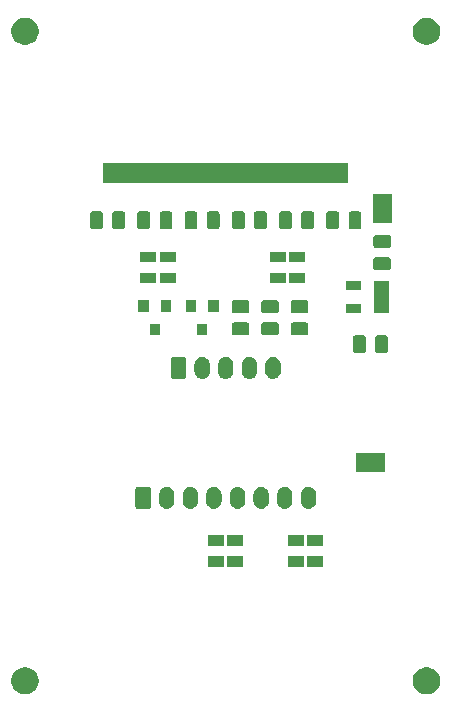
<source format=gbr>
G04 #@! TF.GenerationSoftware,KiCad,Pcbnew,(5.0.2)-1*
G04 #@! TF.CreationDate,2019-03-24T20:45:22+01:00*
G04 #@! TF.ProjectId,TaggerKeypadDisplay,54616767-6572-44b6-9579-706164446973,rev?*
G04 #@! TF.SameCoordinates,Original*
G04 #@! TF.FileFunction,Soldermask,Top*
G04 #@! TF.FilePolarity,Negative*
%FSLAX46Y46*%
G04 Gerber Fmt 4.6, Leading zero omitted, Abs format (unit mm)*
G04 Created by KiCad (PCBNEW (5.0.2)-1) date 24.03.2019 20:45:22*
%MOMM*%
%LPD*%
G01*
G04 APERTURE LIST*
%ADD10C,0.100000*%
G04 APERTURE END LIST*
D10*
G36*
X66335734Y-85893232D02*
X66545202Y-85979996D01*
X66733723Y-86105962D01*
X66894038Y-86266277D01*
X67020004Y-86454798D01*
X67106768Y-86664266D01*
X67151000Y-86886635D01*
X67151000Y-87113365D01*
X67106768Y-87335734D01*
X67020004Y-87545202D01*
X66894038Y-87733723D01*
X66733723Y-87894038D01*
X66545202Y-88020004D01*
X66335734Y-88106768D01*
X66113365Y-88151000D01*
X65886635Y-88151000D01*
X65664266Y-88106768D01*
X65454798Y-88020004D01*
X65266277Y-87894038D01*
X65105962Y-87733723D01*
X64979996Y-87545202D01*
X64893232Y-87335734D01*
X64849000Y-87113365D01*
X64849000Y-86886635D01*
X64893232Y-86664266D01*
X64979996Y-86454798D01*
X65105962Y-86266277D01*
X65266277Y-86105962D01*
X65454798Y-85979996D01*
X65664266Y-85893232D01*
X65886635Y-85849000D01*
X66113365Y-85849000D01*
X66335734Y-85893232D01*
X66335734Y-85893232D01*
G37*
G36*
X32335734Y-85893232D02*
X32545202Y-85979996D01*
X32733723Y-86105962D01*
X32894038Y-86266277D01*
X33020004Y-86454798D01*
X33106768Y-86664266D01*
X33151000Y-86886635D01*
X33151000Y-87113365D01*
X33106768Y-87335734D01*
X33020004Y-87545202D01*
X32894038Y-87733723D01*
X32733723Y-87894038D01*
X32545202Y-88020004D01*
X32335734Y-88106768D01*
X32113365Y-88151000D01*
X31886635Y-88151000D01*
X31664266Y-88106768D01*
X31454798Y-88020004D01*
X31266277Y-87894038D01*
X31105962Y-87733723D01*
X30979996Y-87545202D01*
X30893232Y-87335734D01*
X30849000Y-87113365D01*
X30849000Y-86886635D01*
X30893232Y-86664266D01*
X30979996Y-86454798D01*
X31105962Y-86266277D01*
X31266277Y-86105962D01*
X31454798Y-85979996D01*
X31664266Y-85893232D01*
X31886635Y-85849000D01*
X32113365Y-85849000D01*
X32335734Y-85893232D01*
X32335734Y-85893232D01*
G37*
G36*
X48851000Y-77351000D02*
X47499000Y-77351000D01*
X47499000Y-76449000D01*
X48851000Y-76449000D01*
X48851000Y-77351000D01*
X48851000Y-77351000D01*
G37*
G36*
X50501000Y-77351000D02*
X49149000Y-77351000D01*
X49149000Y-76449000D01*
X50501000Y-76449000D01*
X50501000Y-77351000D01*
X50501000Y-77351000D01*
G37*
G36*
X55601000Y-77351000D02*
X54249000Y-77351000D01*
X54249000Y-76449000D01*
X55601000Y-76449000D01*
X55601000Y-77351000D01*
X55601000Y-77351000D01*
G37*
G36*
X57251000Y-77351000D02*
X55899000Y-77351000D01*
X55899000Y-76449000D01*
X57251000Y-76449000D01*
X57251000Y-77351000D01*
X57251000Y-77351000D01*
G37*
G36*
X57251000Y-75551000D02*
X55899000Y-75551000D01*
X55899000Y-74649000D01*
X57251000Y-74649000D01*
X57251000Y-75551000D01*
X57251000Y-75551000D01*
G37*
G36*
X50501000Y-75551000D02*
X49149000Y-75551000D01*
X49149000Y-74649000D01*
X50501000Y-74649000D01*
X50501000Y-75551000D01*
X50501000Y-75551000D01*
G37*
G36*
X48851000Y-75551000D02*
X47499000Y-75551000D01*
X47499000Y-74649000D01*
X48851000Y-74649000D01*
X48851000Y-75551000D01*
X48851000Y-75551000D01*
G37*
G36*
X55601000Y-75551000D02*
X54249000Y-75551000D01*
X54249000Y-74649000D01*
X55601000Y-74649000D01*
X55601000Y-75551000D01*
X55601000Y-75551000D01*
G37*
G36*
X50127617Y-70583420D02*
X50209426Y-70608237D01*
X50250332Y-70620645D01*
X50272544Y-70632518D01*
X50363425Y-70681095D01*
X50363427Y-70681096D01*
X50363426Y-70681096D01*
X50436965Y-70741447D01*
X50462553Y-70762447D01*
X50543905Y-70861574D01*
X50543906Y-70861576D01*
X50604355Y-70974667D01*
X50616763Y-71015573D01*
X50641580Y-71097382D01*
X50651000Y-71193027D01*
X50651000Y-71806973D01*
X50641580Y-71902618D01*
X50616763Y-71984427D01*
X50604355Y-72025333D01*
X50550819Y-72125491D01*
X50543905Y-72138426D01*
X50462553Y-72237553D01*
X50363426Y-72318905D01*
X50363424Y-72318906D01*
X50250333Y-72379355D01*
X50209427Y-72391763D01*
X50127618Y-72416580D01*
X50000000Y-72429149D01*
X49872383Y-72416580D01*
X49790574Y-72391763D01*
X49749668Y-72379355D01*
X49636577Y-72318906D01*
X49636575Y-72318905D01*
X49537448Y-72237553D01*
X49456095Y-72138426D01*
X49415795Y-72063030D01*
X49395645Y-72025333D01*
X49383237Y-71984427D01*
X49358420Y-71902618D01*
X49349000Y-71806973D01*
X49349000Y-71193028D01*
X49358420Y-71097383D01*
X49395645Y-70974669D01*
X49395645Y-70974668D01*
X49427957Y-70914218D01*
X49456095Y-70861575D01*
X49537447Y-70762447D01*
X49636574Y-70681095D01*
X49671400Y-70662480D01*
X49749667Y-70620645D01*
X49790573Y-70608237D01*
X49872382Y-70583420D01*
X50000000Y-70570851D01*
X50127617Y-70583420D01*
X50127617Y-70583420D01*
G37*
G36*
X56127617Y-70583420D02*
X56209426Y-70608237D01*
X56250332Y-70620645D01*
X56272544Y-70632518D01*
X56363425Y-70681095D01*
X56363427Y-70681096D01*
X56363426Y-70681096D01*
X56436965Y-70741447D01*
X56462553Y-70762447D01*
X56543905Y-70861574D01*
X56543906Y-70861576D01*
X56604355Y-70974667D01*
X56616763Y-71015573D01*
X56641580Y-71097382D01*
X56651000Y-71193027D01*
X56651000Y-71806973D01*
X56641580Y-71902618D01*
X56616763Y-71984427D01*
X56604355Y-72025333D01*
X56550819Y-72125491D01*
X56543905Y-72138426D01*
X56462553Y-72237553D01*
X56363426Y-72318905D01*
X56363424Y-72318906D01*
X56250333Y-72379355D01*
X56209427Y-72391763D01*
X56127618Y-72416580D01*
X56000000Y-72429149D01*
X55872383Y-72416580D01*
X55790574Y-72391763D01*
X55749668Y-72379355D01*
X55636577Y-72318906D01*
X55636575Y-72318905D01*
X55537448Y-72237553D01*
X55456095Y-72138426D01*
X55415795Y-72063030D01*
X55395645Y-72025333D01*
X55383237Y-71984427D01*
X55358420Y-71902618D01*
X55349000Y-71806973D01*
X55349000Y-71193028D01*
X55358420Y-71097383D01*
X55395645Y-70974669D01*
X55395645Y-70974668D01*
X55427957Y-70914218D01*
X55456095Y-70861575D01*
X55537447Y-70762447D01*
X55636574Y-70681095D01*
X55671400Y-70662480D01*
X55749667Y-70620645D01*
X55790573Y-70608237D01*
X55872382Y-70583420D01*
X56000000Y-70570851D01*
X56127617Y-70583420D01*
X56127617Y-70583420D01*
G37*
G36*
X54127617Y-70583420D02*
X54209426Y-70608237D01*
X54250332Y-70620645D01*
X54272544Y-70632518D01*
X54363425Y-70681095D01*
X54363427Y-70681096D01*
X54363426Y-70681096D01*
X54436965Y-70741447D01*
X54462553Y-70762447D01*
X54543905Y-70861574D01*
X54543906Y-70861576D01*
X54604355Y-70974667D01*
X54616763Y-71015573D01*
X54641580Y-71097382D01*
X54651000Y-71193027D01*
X54651000Y-71806973D01*
X54641580Y-71902618D01*
X54616763Y-71984427D01*
X54604355Y-72025333D01*
X54550819Y-72125491D01*
X54543905Y-72138426D01*
X54462553Y-72237553D01*
X54363426Y-72318905D01*
X54363424Y-72318906D01*
X54250333Y-72379355D01*
X54209427Y-72391763D01*
X54127618Y-72416580D01*
X54000000Y-72429149D01*
X53872383Y-72416580D01*
X53790574Y-72391763D01*
X53749668Y-72379355D01*
X53636577Y-72318906D01*
X53636575Y-72318905D01*
X53537448Y-72237553D01*
X53456095Y-72138426D01*
X53415795Y-72063030D01*
X53395645Y-72025333D01*
X53383237Y-71984427D01*
X53358420Y-71902618D01*
X53349000Y-71806973D01*
X53349000Y-71193028D01*
X53358420Y-71097383D01*
X53395645Y-70974669D01*
X53395645Y-70974668D01*
X53427957Y-70914218D01*
X53456095Y-70861575D01*
X53537447Y-70762447D01*
X53636574Y-70681095D01*
X53671400Y-70662480D01*
X53749667Y-70620645D01*
X53790573Y-70608237D01*
X53872382Y-70583420D01*
X54000000Y-70570851D01*
X54127617Y-70583420D01*
X54127617Y-70583420D01*
G37*
G36*
X52127617Y-70583420D02*
X52209426Y-70608237D01*
X52250332Y-70620645D01*
X52272544Y-70632518D01*
X52363425Y-70681095D01*
X52363427Y-70681096D01*
X52363426Y-70681096D01*
X52436965Y-70741447D01*
X52462553Y-70762447D01*
X52543905Y-70861574D01*
X52543906Y-70861576D01*
X52604355Y-70974667D01*
X52616763Y-71015573D01*
X52641580Y-71097382D01*
X52651000Y-71193027D01*
X52651000Y-71806973D01*
X52641580Y-71902618D01*
X52616763Y-71984427D01*
X52604355Y-72025333D01*
X52550819Y-72125491D01*
X52543905Y-72138426D01*
X52462553Y-72237553D01*
X52363426Y-72318905D01*
X52363424Y-72318906D01*
X52250333Y-72379355D01*
X52209427Y-72391763D01*
X52127618Y-72416580D01*
X52000000Y-72429149D01*
X51872383Y-72416580D01*
X51790574Y-72391763D01*
X51749668Y-72379355D01*
X51636577Y-72318906D01*
X51636575Y-72318905D01*
X51537448Y-72237553D01*
X51456095Y-72138426D01*
X51415795Y-72063030D01*
X51395645Y-72025333D01*
X51383237Y-71984427D01*
X51358420Y-71902618D01*
X51349000Y-71806973D01*
X51349000Y-71193028D01*
X51358420Y-71097383D01*
X51395645Y-70974669D01*
X51395645Y-70974668D01*
X51427957Y-70914218D01*
X51456095Y-70861575D01*
X51537447Y-70762447D01*
X51636574Y-70681095D01*
X51671400Y-70662480D01*
X51749667Y-70620645D01*
X51790573Y-70608237D01*
X51872382Y-70583420D01*
X52000000Y-70570851D01*
X52127617Y-70583420D01*
X52127617Y-70583420D01*
G37*
G36*
X48127617Y-70583420D02*
X48209426Y-70608237D01*
X48250332Y-70620645D01*
X48272544Y-70632518D01*
X48363425Y-70681095D01*
X48363427Y-70681096D01*
X48363426Y-70681096D01*
X48436965Y-70741447D01*
X48462553Y-70762447D01*
X48543905Y-70861574D01*
X48543906Y-70861576D01*
X48604355Y-70974667D01*
X48616763Y-71015573D01*
X48641580Y-71097382D01*
X48651000Y-71193027D01*
X48651000Y-71806973D01*
X48641580Y-71902618D01*
X48616763Y-71984427D01*
X48604355Y-72025333D01*
X48550819Y-72125491D01*
X48543905Y-72138426D01*
X48462553Y-72237553D01*
X48363426Y-72318905D01*
X48363424Y-72318906D01*
X48250333Y-72379355D01*
X48209427Y-72391763D01*
X48127618Y-72416580D01*
X48000000Y-72429149D01*
X47872383Y-72416580D01*
X47790574Y-72391763D01*
X47749668Y-72379355D01*
X47636577Y-72318906D01*
X47636575Y-72318905D01*
X47537448Y-72237553D01*
X47456095Y-72138426D01*
X47415795Y-72063030D01*
X47395645Y-72025333D01*
X47383237Y-71984427D01*
X47358420Y-71902618D01*
X47349000Y-71806973D01*
X47349000Y-71193028D01*
X47358420Y-71097383D01*
X47395645Y-70974669D01*
X47395645Y-70974668D01*
X47427957Y-70914218D01*
X47456095Y-70861575D01*
X47537447Y-70762447D01*
X47636574Y-70681095D01*
X47671400Y-70662480D01*
X47749667Y-70620645D01*
X47790573Y-70608237D01*
X47872382Y-70583420D01*
X48000000Y-70570851D01*
X48127617Y-70583420D01*
X48127617Y-70583420D01*
G37*
G36*
X46127617Y-70583420D02*
X46209426Y-70608237D01*
X46250332Y-70620645D01*
X46272544Y-70632518D01*
X46363425Y-70681095D01*
X46363427Y-70681096D01*
X46363426Y-70681096D01*
X46436965Y-70741447D01*
X46462553Y-70762447D01*
X46543905Y-70861574D01*
X46543906Y-70861576D01*
X46604355Y-70974667D01*
X46616763Y-71015573D01*
X46641580Y-71097382D01*
X46651000Y-71193027D01*
X46651000Y-71806973D01*
X46641580Y-71902618D01*
X46616763Y-71984427D01*
X46604355Y-72025333D01*
X46550819Y-72125491D01*
X46543905Y-72138426D01*
X46462553Y-72237553D01*
X46363426Y-72318905D01*
X46363424Y-72318906D01*
X46250333Y-72379355D01*
X46209427Y-72391763D01*
X46127618Y-72416580D01*
X46000000Y-72429149D01*
X45872383Y-72416580D01*
X45790574Y-72391763D01*
X45749668Y-72379355D01*
X45636577Y-72318906D01*
X45636575Y-72318905D01*
X45537448Y-72237553D01*
X45456095Y-72138426D01*
X45415795Y-72063030D01*
X45395645Y-72025333D01*
X45383237Y-71984427D01*
X45358420Y-71902618D01*
X45349000Y-71806973D01*
X45349000Y-71193028D01*
X45358420Y-71097383D01*
X45395645Y-70974669D01*
X45395645Y-70974668D01*
X45427957Y-70914218D01*
X45456095Y-70861575D01*
X45537447Y-70762447D01*
X45636574Y-70681095D01*
X45671400Y-70662480D01*
X45749667Y-70620645D01*
X45790573Y-70608237D01*
X45872382Y-70583420D01*
X46000000Y-70570851D01*
X46127617Y-70583420D01*
X46127617Y-70583420D01*
G37*
G36*
X44127617Y-70583420D02*
X44209426Y-70608237D01*
X44250332Y-70620645D01*
X44272544Y-70632518D01*
X44363425Y-70681095D01*
X44363427Y-70681096D01*
X44363426Y-70681096D01*
X44436965Y-70741447D01*
X44462553Y-70762447D01*
X44543905Y-70861574D01*
X44543906Y-70861576D01*
X44604355Y-70974667D01*
X44616763Y-71015573D01*
X44641580Y-71097382D01*
X44651000Y-71193027D01*
X44651000Y-71806973D01*
X44641580Y-71902618D01*
X44616763Y-71984427D01*
X44604355Y-72025333D01*
X44550819Y-72125491D01*
X44543905Y-72138426D01*
X44462553Y-72237553D01*
X44363426Y-72318905D01*
X44363424Y-72318906D01*
X44250333Y-72379355D01*
X44209427Y-72391763D01*
X44127618Y-72416580D01*
X44000000Y-72429149D01*
X43872383Y-72416580D01*
X43790574Y-72391763D01*
X43749668Y-72379355D01*
X43636577Y-72318906D01*
X43636575Y-72318905D01*
X43537448Y-72237553D01*
X43456095Y-72138426D01*
X43415795Y-72063030D01*
X43395645Y-72025333D01*
X43383237Y-71984427D01*
X43358420Y-71902618D01*
X43349000Y-71806973D01*
X43349000Y-71193028D01*
X43358420Y-71097383D01*
X43395645Y-70974669D01*
X43395645Y-70974668D01*
X43427957Y-70914218D01*
X43456095Y-70861575D01*
X43537447Y-70762447D01*
X43636574Y-70681095D01*
X43671400Y-70662480D01*
X43749667Y-70620645D01*
X43790573Y-70608237D01*
X43872382Y-70583420D01*
X44000000Y-70570851D01*
X44127617Y-70583420D01*
X44127617Y-70583420D01*
G37*
G36*
X42491242Y-70578404D02*
X42528339Y-70589657D01*
X42562520Y-70607927D01*
X42592482Y-70632518D01*
X42617073Y-70662480D01*
X42635343Y-70696661D01*
X42646596Y-70733758D01*
X42651000Y-70778473D01*
X42651000Y-72221527D01*
X42646596Y-72266242D01*
X42635343Y-72303339D01*
X42617073Y-72337520D01*
X42592482Y-72367482D01*
X42562520Y-72392073D01*
X42528339Y-72410343D01*
X42491242Y-72421596D01*
X42446527Y-72426000D01*
X41553473Y-72426000D01*
X41508758Y-72421596D01*
X41471661Y-72410343D01*
X41437480Y-72392073D01*
X41407518Y-72367482D01*
X41382927Y-72337520D01*
X41364657Y-72303339D01*
X41353404Y-72266242D01*
X41349000Y-72221527D01*
X41349000Y-70778473D01*
X41353404Y-70733758D01*
X41364657Y-70696661D01*
X41382927Y-70662480D01*
X41407518Y-70632518D01*
X41437480Y-70607927D01*
X41471661Y-70589657D01*
X41508758Y-70578404D01*
X41553473Y-70574000D01*
X42446527Y-70574000D01*
X42491242Y-70578404D01*
X42491242Y-70578404D01*
G37*
G36*
X62451000Y-69301000D02*
X60049000Y-69301000D01*
X60049000Y-67699000D01*
X62451000Y-67699000D01*
X62451000Y-69301000D01*
X62451000Y-69301000D01*
G37*
G36*
X51127617Y-59583420D02*
X51209426Y-59608237D01*
X51250332Y-59620645D01*
X51272544Y-59632518D01*
X51363425Y-59681095D01*
X51363427Y-59681096D01*
X51363426Y-59681096D01*
X51436965Y-59741447D01*
X51462553Y-59762447D01*
X51543905Y-59861574D01*
X51543906Y-59861576D01*
X51604355Y-59974667D01*
X51616763Y-60015573D01*
X51641580Y-60097382D01*
X51651000Y-60193027D01*
X51651000Y-60806973D01*
X51641580Y-60902618D01*
X51616763Y-60984427D01*
X51604355Y-61025333D01*
X51550819Y-61125491D01*
X51543905Y-61138426D01*
X51462553Y-61237553D01*
X51363426Y-61318905D01*
X51363424Y-61318906D01*
X51250333Y-61379355D01*
X51209427Y-61391763D01*
X51127618Y-61416580D01*
X51000000Y-61429149D01*
X50872383Y-61416580D01*
X50790574Y-61391763D01*
X50749668Y-61379355D01*
X50636577Y-61318906D01*
X50636575Y-61318905D01*
X50537448Y-61237553D01*
X50456095Y-61138426D01*
X50415795Y-61063030D01*
X50395645Y-61025333D01*
X50383237Y-60984427D01*
X50358420Y-60902618D01*
X50349000Y-60806973D01*
X50349000Y-60193028D01*
X50358420Y-60097383D01*
X50395645Y-59974669D01*
X50395645Y-59974668D01*
X50427957Y-59914218D01*
X50456095Y-59861575D01*
X50537447Y-59762447D01*
X50636574Y-59681095D01*
X50671400Y-59662480D01*
X50749667Y-59620645D01*
X50790573Y-59608237D01*
X50872382Y-59583420D01*
X51000000Y-59570851D01*
X51127617Y-59583420D01*
X51127617Y-59583420D01*
G37*
G36*
X49127617Y-59583420D02*
X49209426Y-59608237D01*
X49250332Y-59620645D01*
X49272544Y-59632518D01*
X49363425Y-59681095D01*
X49363427Y-59681096D01*
X49363426Y-59681096D01*
X49436965Y-59741447D01*
X49462553Y-59762447D01*
X49543905Y-59861574D01*
X49543906Y-59861576D01*
X49604355Y-59974667D01*
X49616763Y-60015573D01*
X49641580Y-60097382D01*
X49651000Y-60193027D01*
X49651000Y-60806973D01*
X49641580Y-60902618D01*
X49616763Y-60984427D01*
X49604355Y-61025333D01*
X49550819Y-61125491D01*
X49543905Y-61138426D01*
X49462553Y-61237553D01*
X49363426Y-61318905D01*
X49363424Y-61318906D01*
X49250333Y-61379355D01*
X49209427Y-61391763D01*
X49127618Y-61416580D01*
X49000000Y-61429149D01*
X48872383Y-61416580D01*
X48790574Y-61391763D01*
X48749668Y-61379355D01*
X48636577Y-61318906D01*
X48636575Y-61318905D01*
X48537448Y-61237553D01*
X48456095Y-61138426D01*
X48415795Y-61063030D01*
X48395645Y-61025333D01*
X48383237Y-60984427D01*
X48358420Y-60902618D01*
X48349000Y-60806973D01*
X48349000Y-60193028D01*
X48358420Y-60097383D01*
X48395645Y-59974669D01*
X48395645Y-59974668D01*
X48427957Y-59914218D01*
X48456095Y-59861575D01*
X48537447Y-59762447D01*
X48636574Y-59681095D01*
X48671400Y-59662480D01*
X48749667Y-59620645D01*
X48790573Y-59608237D01*
X48872382Y-59583420D01*
X49000000Y-59570851D01*
X49127617Y-59583420D01*
X49127617Y-59583420D01*
G37*
G36*
X47127617Y-59583420D02*
X47209426Y-59608237D01*
X47250332Y-59620645D01*
X47272544Y-59632518D01*
X47363425Y-59681095D01*
X47363427Y-59681096D01*
X47363426Y-59681096D01*
X47436965Y-59741447D01*
X47462553Y-59762447D01*
X47543905Y-59861574D01*
X47543906Y-59861576D01*
X47604355Y-59974667D01*
X47616763Y-60015573D01*
X47641580Y-60097382D01*
X47651000Y-60193027D01*
X47651000Y-60806973D01*
X47641580Y-60902618D01*
X47616763Y-60984427D01*
X47604355Y-61025333D01*
X47550819Y-61125491D01*
X47543905Y-61138426D01*
X47462553Y-61237553D01*
X47363426Y-61318905D01*
X47363424Y-61318906D01*
X47250333Y-61379355D01*
X47209427Y-61391763D01*
X47127618Y-61416580D01*
X47000000Y-61429149D01*
X46872383Y-61416580D01*
X46790574Y-61391763D01*
X46749668Y-61379355D01*
X46636577Y-61318906D01*
X46636575Y-61318905D01*
X46537448Y-61237553D01*
X46456095Y-61138426D01*
X46415795Y-61063030D01*
X46395645Y-61025333D01*
X46383237Y-60984427D01*
X46358420Y-60902618D01*
X46349000Y-60806973D01*
X46349000Y-60193028D01*
X46358420Y-60097383D01*
X46395645Y-59974669D01*
X46395645Y-59974668D01*
X46427957Y-59914218D01*
X46456095Y-59861575D01*
X46537447Y-59762447D01*
X46636574Y-59681095D01*
X46671400Y-59662480D01*
X46749667Y-59620645D01*
X46790573Y-59608237D01*
X46872382Y-59583420D01*
X47000000Y-59570851D01*
X47127617Y-59583420D01*
X47127617Y-59583420D01*
G37*
G36*
X53127617Y-59583420D02*
X53209426Y-59608237D01*
X53250332Y-59620645D01*
X53272544Y-59632518D01*
X53363425Y-59681095D01*
X53363427Y-59681096D01*
X53363426Y-59681096D01*
X53436965Y-59741447D01*
X53462553Y-59762447D01*
X53543905Y-59861574D01*
X53543906Y-59861576D01*
X53604355Y-59974667D01*
X53616763Y-60015573D01*
X53641580Y-60097382D01*
X53651000Y-60193027D01*
X53651000Y-60806973D01*
X53641580Y-60902618D01*
X53616763Y-60984427D01*
X53604355Y-61025333D01*
X53550819Y-61125491D01*
X53543905Y-61138426D01*
X53462553Y-61237553D01*
X53363426Y-61318905D01*
X53363424Y-61318906D01*
X53250333Y-61379355D01*
X53209427Y-61391763D01*
X53127618Y-61416580D01*
X53000000Y-61429149D01*
X52872383Y-61416580D01*
X52790574Y-61391763D01*
X52749668Y-61379355D01*
X52636577Y-61318906D01*
X52636575Y-61318905D01*
X52537448Y-61237553D01*
X52456095Y-61138426D01*
X52415795Y-61063030D01*
X52395645Y-61025333D01*
X52383237Y-60984427D01*
X52358420Y-60902618D01*
X52349000Y-60806973D01*
X52349000Y-60193028D01*
X52358420Y-60097383D01*
X52395645Y-59974669D01*
X52395645Y-59974668D01*
X52427957Y-59914218D01*
X52456095Y-59861575D01*
X52537447Y-59762447D01*
X52636574Y-59681095D01*
X52671400Y-59662480D01*
X52749667Y-59620645D01*
X52790573Y-59608237D01*
X52872382Y-59583420D01*
X53000000Y-59570851D01*
X53127617Y-59583420D01*
X53127617Y-59583420D01*
G37*
G36*
X45491242Y-59578404D02*
X45528339Y-59589657D01*
X45562520Y-59607927D01*
X45592482Y-59632518D01*
X45617073Y-59662480D01*
X45635343Y-59696661D01*
X45646596Y-59733758D01*
X45651000Y-59778473D01*
X45651000Y-61221527D01*
X45646596Y-61266242D01*
X45635343Y-61303339D01*
X45617073Y-61337520D01*
X45592482Y-61367482D01*
X45562520Y-61392073D01*
X45528339Y-61410343D01*
X45491242Y-61421596D01*
X45446527Y-61426000D01*
X44553473Y-61426000D01*
X44508758Y-61421596D01*
X44471661Y-61410343D01*
X44437480Y-61392073D01*
X44407518Y-61367482D01*
X44382927Y-61337520D01*
X44364657Y-61303339D01*
X44353404Y-61266242D01*
X44349000Y-61221527D01*
X44349000Y-59778473D01*
X44353404Y-59733758D01*
X44364657Y-59696661D01*
X44382927Y-59662480D01*
X44407518Y-59632518D01*
X44437480Y-59607927D01*
X44471661Y-59589657D01*
X44508758Y-59578404D01*
X44553473Y-59574000D01*
X45446527Y-59574000D01*
X45491242Y-59578404D01*
X45491242Y-59578404D01*
G37*
G36*
X60684466Y-57753565D02*
X60723137Y-57765296D01*
X60758779Y-57784348D01*
X60790017Y-57809983D01*
X60815652Y-57841221D01*
X60834704Y-57876863D01*
X60846435Y-57915534D01*
X60851000Y-57961888D01*
X60851000Y-59038112D01*
X60846435Y-59084466D01*
X60834704Y-59123137D01*
X60815652Y-59158779D01*
X60790017Y-59190017D01*
X60758779Y-59215652D01*
X60723137Y-59234704D01*
X60684466Y-59246435D01*
X60638112Y-59251000D01*
X59986888Y-59251000D01*
X59940534Y-59246435D01*
X59901863Y-59234704D01*
X59866221Y-59215652D01*
X59834983Y-59190017D01*
X59809348Y-59158779D01*
X59790296Y-59123137D01*
X59778565Y-59084466D01*
X59774000Y-59038112D01*
X59774000Y-57961888D01*
X59778565Y-57915534D01*
X59790296Y-57876863D01*
X59809348Y-57841221D01*
X59834983Y-57809983D01*
X59866221Y-57784348D01*
X59901863Y-57765296D01*
X59940534Y-57753565D01*
X59986888Y-57749000D01*
X60638112Y-57749000D01*
X60684466Y-57753565D01*
X60684466Y-57753565D01*
G37*
G36*
X62559466Y-57753565D02*
X62598137Y-57765296D01*
X62633779Y-57784348D01*
X62665017Y-57809983D01*
X62690652Y-57841221D01*
X62709704Y-57876863D01*
X62721435Y-57915534D01*
X62726000Y-57961888D01*
X62726000Y-59038112D01*
X62721435Y-59084466D01*
X62709704Y-59123137D01*
X62690652Y-59158779D01*
X62665017Y-59190017D01*
X62633779Y-59215652D01*
X62598137Y-59234704D01*
X62559466Y-59246435D01*
X62513112Y-59251000D01*
X61861888Y-59251000D01*
X61815534Y-59246435D01*
X61776863Y-59234704D01*
X61741221Y-59215652D01*
X61709983Y-59190017D01*
X61684348Y-59158779D01*
X61665296Y-59123137D01*
X61653565Y-59084466D01*
X61649000Y-59038112D01*
X61649000Y-57961888D01*
X61653565Y-57915534D01*
X61665296Y-57876863D01*
X61684348Y-57841221D01*
X61709983Y-57809983D01*
X61741221Y-57784348D01*
X61776863Y-57765296D01*
X61815534Y-57753565D01*
X61861888Y-57749000D01*
X62513112Y-57749000D01*
X62559466Y-57753565D01*
X62559466Y-57753565D01*
G37*
G36*
X43451000Y-57751000D02*
X42549000Y-57751000D01*
X42549000Y-56749000D01*
X43451000Y-56749000D01*
X43451000Y-57751000D01*
X43451000Y-57751000D01*
G37*
G36*
X47451000Y-57751000D02*
X46549000Y-57751000D01*
X46549000Y-56749000D01*
X47451000Y-56749000D01*
X47451000Y-57751000D01*
X47451000Y-57751000D01*
G37*
G36*
X50834466Y-56653565D02*
X50873137Y-56665296D01*
X50908779Y-56684348D01*
X50940017Y-56709983D01*
X50965652Y-56741221D01*
X50984704Y-56776863D01*
X50996435Y-56815534D01*
X51001000Y-56861888D01*
X51001000Y-57513112D01*
X50996435Y-57559466D01*
X50984704Y-57598137D01*
X50965652Y-57633779D01*
X50940017Y-57665017D01*
X50908779Y-57690652D01*
X50873137Y-57709704D01*
X50834466Y-57721435D01*
X50788112Y-57726000D01*
X49711888Y-57726000D01*
X49665534Y-57721435D01*
X49626863Y-57709704D01*
X49591221Y-57690652D01*
X49559983Y-57665017D01*
X49534348Y-57633779D01*
X49515296Y-57598137D01*
X49503565Y-57559466D01*
X49499000Y-57513112D01*
X49499000Y-56861888D01*
X49503565Y-56815534D01*
X49515296Y-56776863D01*
X49534348Y-56741221D01*
X49559983Y-56709983D01*
X49591221Y-56684348D01*
X49626863Y-56665296D01*
X49665534Y-56653565D01*
X49711888Y-56649000D01*
X50788112Y-56649000D01*
X50834466Y-56653565D01*
X50834466Y-56653565D01*
G37*
G36*
X53334466Y-56653565D02*
X53373137Y-56665296D01*
X53408779Y-56684348D01*
X53440017Y-56709983D01*
X53465652Y-56741221D01*
X53484704Y-56776863D01*
X53496435Y-56815534D01*
X53501000Y-56861888D01*
X53501000Y-57513112D01*
X53496435Y-57559466D01*
X53484704Y-57598137D01*
X53465652Y-57633779D01*
X53440017Y-57665017D01*
X53408779Y-57690652D01*
X53373137Y-57709704D01*
X53334466Y-57721435D01*
X53288112Y-57726000D01*
X52211888Y-57726000D01*
X52165534Y-57721435D01*
X52126863Y-57709704D01*
X52091221Y-57690652D01*
X52059983Y-57665017D01*
X52034348Y-57633779D01*
X52015296Y-57598137D01*
X52003565Y-57559466D01*
X51999000Y-57513112D01*
X51999000Y-56861888D01*
X52003565Y-56815534D01*
X52015296Y-56776863D01*
X52034348Y-56741221D01*
X52059983Y-56709983D01*
X52091221Y-56684348D01*
X52126863Y-56665296D01*
X52165534Y-56653565D01*
X52211888Y-56649000D01*
X53288112Y-56649000D01*
X53334466Y-56653565D01*
X53334466Y-56653565D01*
G37*
G36*
X55834466Y-56653565D02*
X55873137Y-56665296D01*
X55908779Y-56684348D01*
X55940017Y-56709983D01*
X55965652Y-56741221D01*
X55984704Y-56776863D01*
X55996435Y-56815534D01*
X56001000Y-56861888D01*
X56001000Y-57513112D01*
X55996435Y-57559466D01*
X55984704Y-57598137D01*
X55965652Y-57633779D01*
X55940017Y-57665017D01*
X55908779Y-57690652D01*
X55873137Y-57709704D01*
X55834466Y-57721435D01*
X55788112Y-57726000D01*
X54711888Y-57726000D01*
X54665534Y-57721435D01*
X54626863Y-57709704D01*
X54591221Y-57690652D01*
X54559983Y-57665017D01*
X54534348Y-57633779D01*
X54515296Y-57598137D01*
X54503565Y-57559466D01*
X54499000Y-57513112D01*
X54499000Y-56861888D01*
X54503565Y-56815534D01*
X54515296Y-56776863D01*
X54534348Y-56741221D01*
X54559983Y-56709983D01*
X54591221Y-56684348D01*
X54626863Y-56665296D01*
X54665534Y-56653565D01*
X54711888Y-56649000D01*
X55788112Y-56649000D01*
X55834466Y-56653565D01*
X55834466Y-56653565D01*
G37*
G36*
X55834466Y-54778565D02*
X55873137Y-54790296D01*
X55908779Y-54809348D01*
X55940017Y-54834983D01*
X55965652Y-54866221D01*
X55984704Y-54901863D01*
X55996435Y-54940534D01*
X56001000Y-54986888D01*
X56001000Y-55638112D01*
X55996435Y-55684466D01*
X55984704Y-55723137D01*
X55965652Y-55758779D01*
X55940017Y-55790017D01*
X55908779Y-55815652D01*
X55873137Y-55834704D01*
X55834466Y-55846435D01*
X55788112Y-55851000D01*
X54711888Y-55851000D01*
X54665534Y-55846435D01*
X54626863Y-55834704D01*
X54591221Y-55815652D01*
X54559983Y-55790017D01*
X54534348Y-55758779D01*
X54515296Y-55723137D01*
X54503565Y-55684466D01*
X54499000Y-55638112D01*
X54499000Y-54986888D01*
X54503565Y-54940534D01*
X54515296Y-54901863D01*
X54534348Y-54866221D01*
X54559983Y-54834983D01*
X54591221Y-54809348D01*
X54626863Y-54790296D01*
X54665534Y-54778565D01*
X54711888Y-54774000D01*
X55788112Y-54774000D01*
X55834466Y-54778565D01*
X55834466Y-54778565D01*
G37*
G36*
X50834466Y-54778565D02*
X50873137Y-54790296D01*
X50908779Y-54809348D01*
X50940017Y-54834983D01*
X50965652Y-54866221D01*
X50984704Y-54901863D01*
X50996435Y-54940534D01*
X51001000Y-54986888D01*
X51001000Y-55638112D01*
X50996435Y-55684466D01*
X50984704Y-55723137D01*
X50965652Y-55758779D01*
X50940017Y-55790017D01*
X50908779Y-55815652D01*
X50873137Y-55834704D01*
X50834466Y-55846435D01*
X50788112Y-55851000D01*
X49711888Y-55851000D01*
X49665534Y-55846435D01*
X49626863Y-55834704D01*
X49591221Y-55815652D01*
X49559983Y-55790017D01*
X49534348Y-55758779D01*
X49515296Y-55723137D01*
X49503565Y-55684466D01*
X49499000Y-55638112D01*
X49499000Y-54986888D01*
X49503565Y-54940534D01*
X49515296Y-54901863D01*
X49534348Y-54866221D01*
X49559983Y-54834983D01*
X49591221Y-54809348D01*
X49626863Y-54790296D01*
X49665534Y-54778565D01*
X49711888Y-54774000D01*
X50788112Y-54774000D01*
X50834466Y-54778565D01*
X50834466Y-54778565D01*
G37*
G36*
X53334466Y-54778565D02*
X53373137Y-54790296D01*
X53408779Y-54809348D01*
X53440017Y-54834983D01*
X53465652Y-54866221D01*
X53484704Y-54901863D01*
X53496435Y-54940534D01*
X53501000Y-54986888D01*
X53501000Y-55638112D01*
X53496435Y-55684466D01*
X53484704Y-55723137D01*
X53465652Y-55758779D01*
X53440017Y-55790017D01*
X53408779Y-55815652D01*
X53373137Y-55834704D01*
X53334466Y-55846435D01*
X53288112Y-55851000D01*
X52211888Y-55851000D01*
X52165534Y-55846435D01*
X52126863Y-55834704D01*
X52091221Y-55815652D01*
X52059983Y-55790017D01*
X52034348Y-55758779D01*
X52015296Y-55723137D01*
X52003565Y-55684466D01*
X51999000Y-55638112D01*
X51999000Y-54986888D01*
X52003565Y-54940534D01*
X52015296Y-54901863D01*
X52034348Y-54866221D01*
X52059983Y-54834983D01*
X52091221Y-54809348D01*
X52126863Y-54790296D01*
X52165534Y-54778565D01*
X52211888Y-54774000D01*
X53288112Y-54774000D01*
X53334466Y-54778565D01*
X53334466Y-54778565D01*
G37*
G36*
X62856000Y-55826000D02*
X61584000Y-55826000D01*
X61584000Y-53174000D01*
X62856000Y-53174000D01*
X62856000Y-55826000D01*
X62856000Y-55826000D01*
G37*
G36*
X60416000Y-55826000D02*
X59144000Y-55826000D01*
X59144000Y-55054000D01*
X60416000Y-55054000D01*
X60416000Y-55826000D01*
X60416000Y-55826000D01*
G37*
G36*
X48401000Y-55751000D02*
X47499000Y-55751000D01*
X47499000Y-54749000D01*
X48401000Y-54749000D01*
X48401000Y-55751000D01*
X48401000Y-55751000D01*
G37*
G36*
X42501000Y-55751000D02*
X41599000Y-55751000D01*
X41599000Y-54749000D01*
X42501000Y-54749000D01*
X42501000Y-55751000D01*
X42501000Y-55751000D01*
G37*
G36*
X46501000Y-55751000D02*
X45599000Y-55751000D01*
X45599000Y-54749000D01*
X46501000Y-54749000D01*
X46501000Y-55751000D01*
X46501000Y-55751000D01*
G37*
G36*
X44401000Y-55751000D02*
X43499000Y-55751000D01*
X43499000Y-54749000D01*
X44401000Y-54749000D01*
X44401000Y-55751000D01*
X44401000Y-55751000D01*
G37*
G36*
X60416000Y-53946000D02*
X59144000Y-53946000D01*
X59144000Y-53174000D01*
X60416000Y-53174000D01*
X60416000Y-53946000D01*
X60416000Y-53946000D01*
G37*
G36*
X43101000Y-53351000D02*
X41749000Y-53351000D01*
X41749000Y-52449000D01*
X43101000Y-52449000D01*
X43101000Y-53351000D01*
X43101000Y-53351000D01*
G37*
G36*
X55751000Y-53351000D02*
X54399000Y-53351000D01*
X54399000Y-52449000D01*
X55751000Y-52449000D01*
X55751000Y-53351000D01*
X55751000Y-53351000D01*
G37*
G36*
X54101000Y-53351000D02*
X52749000Y-53351000D01*
X52749000Y-52449000D01*
X54101000Y-52449000D01*
X54101000Y-53351000D01*
X54101000Y-53351000D01*
G37*
G36*
X44751000Y-53351000D02*
X43399000Y-53351000D01*
X43399000Y-52449000D01*
X44751000Y-52449000D01*
X44751000Y-53351000D01*
X44751000Y-53351000D01*
G37*
G36*
X62834466Y-51153565D02*
X62873137Y-51165296D01*
X62908779Y-51184348D01*
X62940017Y-51209983D01*
X62965652Y-51241221D01*
X62984704Y-51276863D01*
X62996435Y-51315534D01*
X63001000Y-51361888D01*
X63001000Y-52013112D01*
X62996435Y-52059466D01*
X62984704Y-52098137D01*
X62965652Y-52133779D01*
X62940017Y-52165017D01*
X62908779Y-52190652D01*
X62873137Y-52209704D01*
X62834466Y-52221435D01*
X62788112Y-52226000D01*
X61711888Y-52226000D01*
X61665534Y-52221435D01*
X61626863Y-52209704D01*
X61591221Y-52190652D01*
X61559983Y-52165017D01*
X61534348Y-52133779D01*
X61515296Y-52098137D01*
X61503565Y-52059466D01*
X61499000Y-52013112D01*
X61499000Y-51361888D01*
X61503565Y-51315534D01*
X61515296Y-51276863D01*
X61534348Y-51241221D01*
X61559983Y-51209983D01*
X61591221Y-51184348D01*
X61626863Y-51165296D01*
X61665534Y-51153565D01*
X61711888Y-51149000D01*
X62788112Y-51149000D01*
X62834466Y-51153565D01*
X62834466Y-51153565D01*
G37*
G36*
X43101000Y-51551000D02*
X41749000Y-51551000D01*
X41749000Y-50649000D01*
X43101000Y-50649000D01*
X43101000Y-51551000D01*
X43101000Y-51551000D01*
G37*
G36*
X55751000Y-51551000D02*
X54399000Y-51551000D01*
X54399000Y-50649000D01*
X55751000Y-50649000D01*
X55751000Y-51551000D01*
X55751000Y-51551000D01*
G37*
G36*
X54101000Y-51551000D02*
X52749000Y-51551000D01*
X52749000Y-50649000D01*
X54101000Y-50649000D01*
X54101000Y-51551000D01*
X54101000Y-51551000D01*
G37*
G36*
X44751000Y-51551000D02*
X43399000Y-51551000D01*
X43399000Y-50649000D01*
X44751000Y-50649000D01*
X44751000Y-51551000D01*
X44751000Y-51551000D01*
G37*
G36*
X62834466Y-49278565D02*
X62873137Y-49290296D01*
X62908779Y-49309348D01*
X62940017Y-49334983D01*
X62965652Y-49366221D01*
X62984704Y-49401863D01*
X62996435Y-49440534D01*
X63001000Y-49486888D01*
X63001000Y-50138112D01*
X62996435Y-50184466D01*
X62984704Y-50223137D01*
X62965652Y-50258779D01*
X62940017Y-50290017D01*
X62908779Y-50315652D01*
X62873137Y-50334704D01*
X62834466Y-50346435D01*
X62788112Y-50351000D01*
X61711888Y-50351000D01*
X61665534Y-50346435D01*
X61626863Y-50334704D01*
X61591221Y-50315652D01*
X61559983Y-50290017D01*
X61534348Y-50258779D01*
X61515296Y-50223137D01*
X61503565Y-50184466D01*
X61499000Y-50138112D01*
X61499000Y-49486888D01*
X61503565Y-49440534D01*
X61515296Y-49401863D01*
X61534348Y-49366221D01*
X61559983Y-49334983D01*
X61591221Y-49309348D01*
X61626863Y-49290296D01*
X61665534Y-49278565D01*
X61711888Y-49274000D01*
X62788112Y-49274000D01*
X62834466Y-49278565D01*
X62834466Y-49278565D01*
G37*
G36*
X38434466Y-47253565D02*
X38473137Y-47265296D01*
X38508779Y-47284348D01*
X38540017Y-47309983D01*
X38565652Y-47341221D01*
X38584704Y-47376863D01*
X38596435Y-47415534D01*
X38601000Y-47461888D01*
X38601000Y-48538112D01*
X38596435Y-48584466D01*
X38584704Y-48623137D01*
X38565652Y-48658779D01*
X38540017Y-48690017D01*
X38508779Y-48715652D01*
X38473137Y-48734704D01*
X38434466Y-48746435D01*
X38388112Y-48751000D01*
X37736888Y-48751000D01*
X37690534Y-48746435D01*
X37651863Y-48734704D01*
X37616221Y-48715652D01*
X37584983Y-48690017D01*
X37559348Y-48658779D01*
X37540296Y-48623137D01*
X37528565Y-48584466D01*
X37524000Y-48538112D01*
X37524000Y-47461888D01*
X37528565Y-47415534D01*
X37540296Y-47376863D01*
X37559348Y-47341221D01*
X37584983Y-47309983D01*
X37616221Y-47284348D01*
X37651863Y-47265296D01*
X37690534Y-47253565D01*
X37736888Y-47249000D01*
X38388112Y-47249000D01*
X38434466Y-47253565D01*
X38434466Y-47253565D01*
G37*
G36*
X60309466Y-47253565D02*
X60348137Y-47265296D01*
X60383779Y-47284348D01*
X60415017Y-47309983D01*
X60440652Y-47341221D01*
X60459704Y-47376863D01*
X60471435Y-47415534D01*
X60476000Y-47461888D01*
X60476000Y-48538112D01*
X60471435Y-48584466D01*
X60459704Y-48623137D01*
X60440652Y-48658779D01*
X60415017Y-48690017D01*
X60383779Y-48715652D01*
X60348137Y-48734704D01*
X60309466Y-48746435D01*
X60263112Y-48751000D01*
X59611888Y-48751000D01*
X59565534Y-48746435D01*
X59526863Y-48734704D01*
X59491221Y-48715652D01*
X59459983Y-48690017D01*
X59434348Y-48658779D01*
X59415296Y-48623137D01*
X59403565Y-48584466D01*
X59399000Y-48538112D01*
X59399000Y-47461888D01*
X59403565Y-47415534D01*
X59415296Y-47376863D01*
X59434348Y-47341221D01*
X59459983Y-47309983D01*
X59491221Y-47284348D01*
X59526863Y-47265296D01*
X59565534Y-47253565D01*
X59611888Y-47249000D01*
X60263112Y-47249000D01*
X60309466Y-47253565D01*
X60309466Y-47253565D01*
G37*
G36*
X58434466Y-47253565D02*
X58473137Y-47265296D01*
X58508779Y-47284348D01*
X58540017Y-47309983D01*
X58565652Y-47341221D01*
X58584704Y-47376863D01*
X58596435Y-47415534D01*
X58601000Y-47461888D01*
X58601000Y-48538112D01*
X58596435Y-48584466D01*
X58584704Y-48623137D01*
X58565652Y-48658779D01*
X58540017Y-48690017D01*
X58508779Y-48715652D01*
X58473137Y-48734704D01*
X58434466Y-48746435D01*
X58388112Y-48751000D01*
X57736888Y-48751000D01*
X57690534Y-48746435D01*
X57651863Y-48734704D01*
X57616221Y-48715652D01*
X57584983Y-48690017D01*
X57559348Y-48658779D01*
X57540296Y-48623137D01*
X57528565Y-48584466D01*
X57524000Y-48538112D01*
X57524000Y-47461888D01*
X57528565Y-47415534D01*
X57540296Y-47376863D01*
X57559348Y-47341221D01*
X57584983Y-47309983D01*
X57616221Y-47284348D01*
X57651863Y-47265296D01*
X57690534Y-47253565D01*
X57736888Y-47249000D01*
X58388112Y-47249000D01*
X58434466Y-47253565D01*
X58434466Y-47253565D01*
G37*
G36*
X54434466Y-47253565D02*
X54473137Y-47265296D01*
X54508779Y-47284348D01*
X54540017Y-47309983D01*
X54565652Y-47341221D01*
X54584704Y-47376863D01*
X54596435Y-47415534D01*
X54601000Y-47461888D01*
X54601000Y-48538112D01*
X54596435Y-48584466D01*
X54584704Y-48623137D01*
X54565652Y-48658779D01*
X54540017Y-48690017D01*
X54508779Y-48715652D01*
X54473137Y-48734704D01*
X54434466Y-48746435D01*
X54388112Y-48751000D01*
X53736888Y-48751000D01*
X53690534Y-48746435D01*
X53651863Y-48734704D01*
X53616221Y-48715652D01*
X53584983Y-48690017D01*
X53559348Y-48658779D01*
X53540296Y-48623137D01*
X53528565Y-48584466D01*
X53524000Y-48538112D01*
X53524000Y-47461888D01*
X53528565Y-47415534D01*
X53540296Y-47376863D01*
X53559348Y-47341221D01*
X53584983Y-47309983D01*
X53616221Y-47284348D01*
X53651863Y-47265296D01*
X53690534Y-47253565D01*
X53736888Y-47249000D01*
X54388112Y-47249000D01*
X54434466Y-47253565D01*
X54434466Y-47253565D01*
G37*
G36*
X56309466Y-47253565D02*
X56348137Y-47265296D01*
X56383779Y-47284348D01*
X56415017Y-47309983D01*
X56440652Y-47341221D01*
X56459704Y-47376863D01*
X56471435Y-47415534D01*
X56476000Y-47461888D01*
X56476000Y-48538112D01*
X56471435Y-48584466D01*
X56459704Y-48623137D01*
X56440652Y-48658779D01*
X56415017Y-48690017D01*
X56383779Y-48715652D01*
X56348137Y-48734704D01*
X56309466Y-48746435D01*
X56263112Y-48751000D01*
X55611888Y-48751000D01*
X55565534Y-48746435D01*
X55526863Y-48734704D01*
X55491221Y-48715652D01*
X55459983Y-48690017D01*
X55434348Y-48658779D01*
X55415296Y-48623137D01*
X55403565Y-48584466D01*
X55399000Y-48538112D01*
X55399000Y-47461888D01*
X55403565Y-47415534D01*
X55415296Y-47376863D01*
X55434348Y-47341221D01*
X55459983Y-47309983D01*
X55491221Y-47284348D01*
X55526863Y-47265296D01*
X55565534Y-47253565D01*
X55611888Y-47249000D01*
X56263112Y-47249000D01*
X56309466Y-47253565D01*
X56309466Y-47253565D01*
G37*
G36*
X52309466Y-47253565D02*
X52348137Y-47265296D01*
X52383779Y-47284348D01*
X52415017Y-47309983D01*
X52440652Y-47341221D01*
X52459704Y-47376863D01*
X52471435Y-47415534D01*
X52476000Y-47461888D01*
X52476000Y-48538112D01*
X52471435Y-48584466D01*
X52459704Y-48623137D01*
X52440652Y-48658779D01*
X52415017Y-48690017D01*
X52383779Y-48715652D01*
X52348137Y-48734704D01*
X52309466Y-48746435D01*
X52263112Y-48751000D01*
X51611888Y-48751000D01*
X51565534Y-48746435D01*
X51526863Y-48734704D01*
X51491221Y-48715652D01*
X51459983Y-48690017D01*
X51434348Y-48658779D01*
X51415296Y-48623137D01*
X51403565Y-48584466D01*
X51399000Y-48538112D01*
X51399000Y-47461888D01*
X51403565Y-47415534D01*
X51415296Y-47376863D01*
X51434348Y-47341221D01*
X51459983Y-47309983D01*
X51491221Y-47284348D01*
X51526863Y-47265296D01*
X51565534Y-47253565D01*
X51611888Y-47249000D01*
X52263112Y-47249000D01*
X52309466Y-47253565D01*
X52309466Y-47253565D01*
G37*
G36*
X46434466Y-47253565D02*
X46473137Y-47265296D01*
X46508779Y-47284348D01*
X46540017Y-47309983D01*
X46565652Y-47341221D01*
X46584704Y-47376863D01*
X46596435Y-47415534D01*
X46601000Y-47461888D01*
X46601000Y-48538112D01*
X46596435Y-48584466D01*
X46584704Y-48623137D01*
X46565652Y-48658779D01*
X46540017Y-48690017D01*
X46508779Y-48715652D01*
X46473137Y-48734704D01*
X46434466Y-48746435D01*
X46388112Y-48751000D01*
X45736888Y-48751000D01*
X45690534Y-48746435D01*
X45651863Y-48734704D01*
X45616221Y-48715652D01*
X45584983Y-48690017D01*
X45559348Y-48658779D01*
X45540296Y-48623137D01*
X45528565Y-48584466D01*
X45524000Y-48538112D01*
X45524000Y-47461888D01*
X45528565Y-47415534D01*
X45540296Y-47376863D01*
X45559348Y-47341221D01*
X45584983Y-47309983D01*
X45616221Y-47284348D01*
X45651863Y-47265296D01*
X45690534Y-47253565D01*
X45736888Y-47249000D01*
X46388112Y-47249000D01*
X46434466Y-47253565D01*
X46434466Y-47253565D01*
G37*
G36*
X44309466Y-47253565D02*
X44348137Y-47265296D01*
X44383779Y-47284348D01*
X44415017Y-47309983D01*
X44440652Y-47341221D01*
X44459704Y-47376863D01*
X44471435Y-47415534D01*
X44476000Y-47461888D01*
X44476000Y-48538112D01*
X44471435Y-48584466D01*
X44459704Y-48623137D01*
X44440652Y-48658779D01*
X44415017Y-48690017D01*
X44383779Y-48715652D01*
X44348137Y-48734704D01*
X44309466Y-48746435D01*
X44263112Y-48751000D01*
X43611888Y-48751000D01*
X43565534Y-48746435D01*
X43526863Y-48734704D01*
X43491221Y-48715652D01*
X43459983Y-48690017D01*
X43434348Y-48658779D01*
X43415296Y-48623137D01*
X43403565Y-48584466D01*
X43399000Y-48538112D01*
X43399000Y-47461888D01*
X43403565Y-47415534D01*
X43415296Y-47376863D01*
X43434348Y-47341221D01*
X43459983Y-47309983D01*
X43491221Y-47284348D01*
X43526863Y-47265296D01*
X43565534Y-47253565D01*
X43611888Y-47249000D01*
X44263112Y-47249000D01*
X44309466Y-47253565D01*
X44309466Y-47253565D01*
G37*
G36*
X42434466Y-47253565D02*
X42473137Y-47265296D01*
X42508779Y-47284348D01*
X42540017Y-47309983D01*
X42565652Y-47341221D01*
X42584704Y-47376863D01*
X42596435Y-47415534D01*
X42601000Y-47461888D01*
X42601000Y-48538112D01*
X42596435Y-48584466D01*
X42584704Y-48623137D01*
X42565652Y-48658779D01*
X42540017Y-48690017D01*
X42508779Y-48715652D01*
X42473137Y-48734704D01*
X42434466Y-48746435D01*
X42388112Y-48751000D01*
X41736888Y-48751000D01*
X41690534Y-48746435D01*
X41651863Y-48734704D01*
X41616221Y-48715652D01*
X41584983Y-48690017D01*
X41559348Y-48658779D01*
X41540296Y-48623137D01*
X41528565Y-48584466D01*
X41524000Y-48538112D01*
X41524000Y-47461888D01*
X41528565Y-47415534D01*
X41540296Y-47376863D01*
X41559348Y-47341221D01*
X41584983Y-47309983D01*
X41616221Y-47284348D01*
X41651863Y-47265296D01*
X41690534Y-47253565D01*
X41736888Y-47249000D01*
X42388112Y-47249000D01*
X42434466Y-47253565D01*
X42434466Y-47253565D01*
G37*
G36*
X40309466Y-47253565D02*
X40348137Y-47265296D01*
X40383779Y-47284348D01*
X40415017Y-47309983D01*
X40440652Y-47341221D01*
X40459704Y-47376863D01*
X40471435Y-47415534D01*
X40476000Y-47461888D01*
X40476000Y-48538112D01*
X40471435Y-48584466D01*
X40459704Y-48623137D01*
X40440652Y-48658779D01*
X40415017Y-48690017D01*
X40383779Y-48715652D01*
X40348137Y-48734704D01*
X40309466Y-48746435D01*
X40263112Y-48751000D01*
X39611888Y-48751000D01*
X39565534Y-48746435D01*
X39526863Y-48734704D01*
X39491221Y-48715652D01*
X39459983Y-48690017D01*
X39434348Y-48658779D01*
X39415296Y-48623137D01*
X39403565Y-48584466D01*
X39399000Y-48538112D01*
X39399000Y-47461888D01*
X39403565Y-47415534D01*
X39415296Y-47376863D01*
X39434348Y-47341221D01*
X39459983Y-47309983D01*
X39491221Y-47284348D01*
X39526863Y-47265296D01*
X39565534Y-47253565D01*
X39611888Y-47249000D01*
X40263112Y-47249000D01*
X40309466Y-47253565D01*
X40309466Y-47253565D01*
G37*
G36*
X50434466Y-47253565D02*
X50473137Y-47265296D01*
X50508779Y-47284348D01*
X50540017Y-47309983D01*
X50565652Y-47341221D01*
X50584704Y-47376863D01*
X50596435Y-47415534D01*
X50601000Y-47461888D01*
X50601000Y-48538112D01*
X50596435Y-48584466D01*
X50584704Y-48623137D01*
X50565652Y-48658779D01*
X50540017Y-48690017D01*
X50508779Y-48715652D01*
X50473137Y-48734704D01*
X50434466Y-48746435D01*
X50388112Y-48751000D01*
X49736888Y-48751000D01*
X49690534Y-48746435D01*
X49651863Y-48734704D01*
X49616221Y-48715652D01*
X49584983Y-48690017D01*
X49559348Y-48658779D01*
X49540296Y-48623137D01*
X49528565Y-48584466D01*
X49524000Y-48538112D01*
X49524000Y-47461888D01*
X49528565Y-47415534D01*
X49540296Y-47376863D01*
X49559348Y-47341221D01*
X49584983Y-47309983D01*
X49616221Y-47284348D01*
X49651863Y-47265296D01*
X49690534Y-47253565D01*
X49736888Y-47249000D01*
X50388112Y-47249000D01*
X50434466Y-47253565D01*
X50434466Y-47253565D01*
G37*
G36*
X48309466Y-47253565D02*
X48348137Y-47265296D01*
X48383779Y-47284348D01*
X48415017Y-47309983D01*
X48440652Y-47341221D01*
X48459704Y-47376863D01*
X48471435Y-47415534D01*
X48476000Y-47461888D01*
X48476000Y-48538112D01*
X48471435Y-48584466D01*
X48459704Y-48623137D01*
X48440652Y-48658779D01*
X48415017Y-48690017D01*
X48383779Y-48715652D01*
X48348137Y-48734704D01*
X48309466Y-48746435D01*
X48263112Y-48751000D01*
X47611888Y-48751000D01*
X47565534Y-48746435D01*
X47526863Y-48734704D01*
X47491221Y-48715652D01*
X47459983Y-48690017D01*
X47434348Y-48658779D01*
X47415296Y-48623137D01*
X47403565Y-48584466D01*
X47399000Y-48538112D01*
X47399000Y-47461888D01*
X47403565Y-47415534D01*
X47415296Y-47376863D01*
X47434348Y-47341221D01*
X47459983Y-47309983D01*
X47491221Y-47284348D01*
X47526863Y-47265296D01*
X47565534Y-47253565D01*
X47611888Y-47249000D01*
X48263112Y-47249000D01*
X48309466Y-47253565D01*
X48309466Y-47253565D01*
G37*
G36*
X63051000Y-48201000D02*
X61449000Y-48201000D01*
X61449000Y-45799000D01*
X63051000Y-45799000D01*
X63051000Y-48201000D01*
X63051000Y-48201000D01*
G37*
G36*
X59376000Y-44851000D02*
X38624000Y-44851000D01*
X38624000Y-43149000D01*
X59376000Y-43149000D01*
X59376000Y-44851000D01*
X59376000Y-44851000D01*
G37*
G36*
X66335734Y-30893232D02*
X66545202Y-30979996D01*
X66733723Y-31105962D01*
X66894038Y-31266277D01*
X67020004Y-31454798D01*
X67106768Y-31664266D01*
X67151000Y-31886635D01*
X67151000Y-32113365D01*
X67106768Y-32335734D01*
X67020004Y-32545202D01*
X66894038Y-32733723D01*
X66733723Y-32894038D01*
X66545202Y-33020004D01*
X66335734Y-33106768D01*
X66113365Y-33151000D01*
X65886635Y-33151000D01*
X65664266Y-33106768D01*
X65454798Y-33020004D01*
X65266277Y-32894038D01*
X65105962Y-32733723D01*
X64979996Y-32545202D01*
X64893232Y-32335734D01*
X64849000Y-32113365D01*
X64849000Y-31886635D01*
X64893232Y-31664266D01*
X64979996Y-31454798D01*
X65105962Y-31266277D01*
X65266277Y-31105962D01*
X65454798Y-30979996D01*
X65664266Y-30893232D01*
X65886635Y-30849000D01*
X66113365Y-30849000D01*
X66335734Y-30893232D01*
X66335734Y-30893232D01*
G37*
G36*
X32335734Y-30893232D02*
X32545202Y-30979996D01*
X32733723Y-31105962D01*
X32894038Y-31266277D01*
X33020004Y-31454798D01*
X33106768Y-31664266D01*
X33151000Y-31886635D01*
X33151000Y-32113365D01*
X33106768Y-32335734D01*
X33020004Y-32545202D01*
X32894038Y-32733723D01*
X32733723Y-32894038D01*
X32545202Y-33020004D01*
X32335734Y-33106768D01*
X32113365Y-33151000D01*
X31886635Y-33151000D01*
X31664266Y-33106768D01*
X31454798Y-33020004D01*
X31266277Y-32894038D01*
X31105962Y-32733723D01*
X30979996Y-32545202D01*
X30893232Y-32335734D01*
X30849000Y-32113365D01*
X30849000Y-31886635D01*
X30893232Y-31664266D01*
X30979996Y-31454798D01*
X31105962Y-31266277D01*
X31266277Y-31105962D01*
X31454798Y-30979996D01*
X31664266Y-30893232D01*
X31886635Y-30849000D01*
X32113365Y-30849000D01*
X32335734Y-30893232D01*
X32335734Y-30893232D01*
G37*
M02*

</source>
